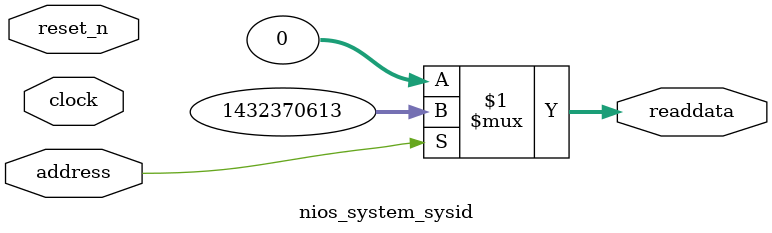
<source format=v>

`timescale 1ns / 1ps
// synthesis translate_on

// turn off superfluous verilog processor warnings 
// altera message_level Level1 
// altera message_off 10034 10035 10036 10037 10230 10240 10030 

module nios_system_sysid (
               // inputs:
                address,
                clock,
                reset_n,

               // outputs:
                readdata
             )
;

  output  [ 31: 0] readdata;
  input            address;
  input            clock;
  input            reset_n;

  wire    [ 31: 0] readdata;
  //control_slave, which is an e_avalon_slave
  assign readdata = address ? 1432370613 : 0;

endmodule




</source>
